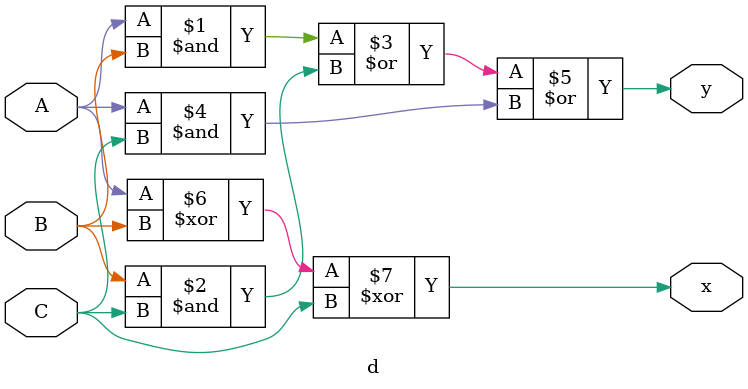
<source format=sv>
module d(
    input A,B,C,
    output x,y
);
assign y=A&B|B&C|A&C;
assign x=A^B^C;
endmodule
</source>
